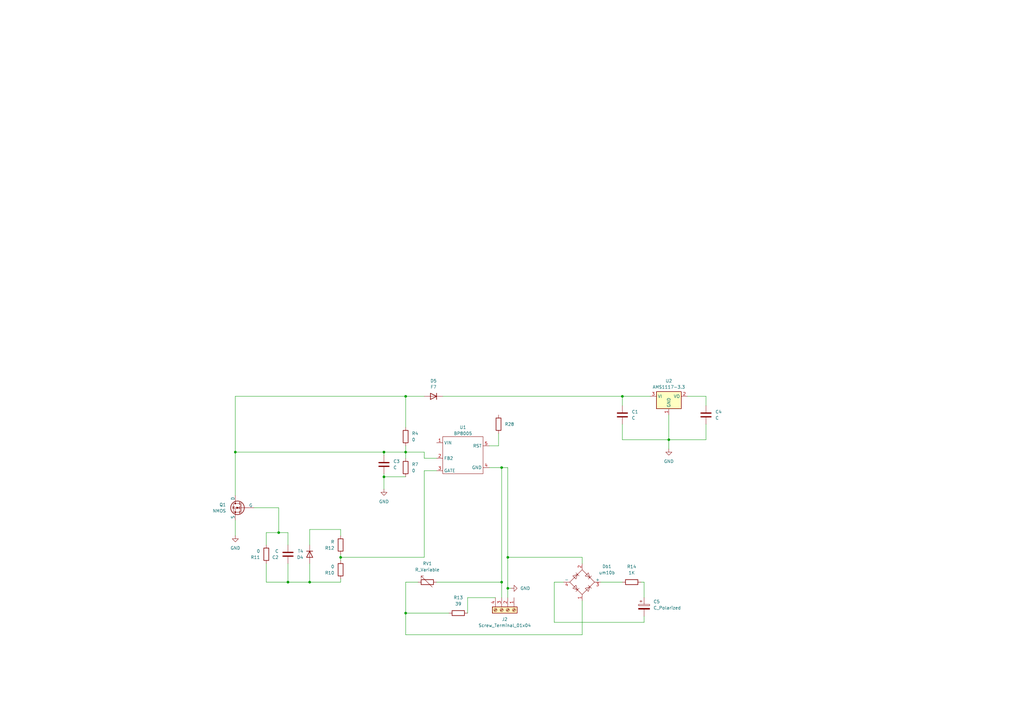
<source format=kicad_sch>
(kicad_sch (version 20250114) (generator "eeschema") (generator_version "9.0")
  (paper "A3")
  (lib_symbols
    (symbol "BP8005:BP8005"
      (property "Reference" "U1" (at 0.635 1.27 0))
      (property "Value" "BP8005" (at 0.635 -1.27 0))
      (symbol "BP8005_0_1"
        (rectangle (start -7.62 -2.54) (end 8.89 -17.78))
      )
      (symbol "BP8005_1_1"
        (pin passive line (at -10.16 -5.08 0) (length 2.54) (name "VIN") (number "1"))
        (pin passive line (at -10.16 -11.43 0) (length 2.54) (name "FB2") (number "2"))
        (pin passive line (at -10.16 -16.51 0) (length 2.54) (name "GATE") (number "3"))
        (pin passive line (at 11.43 -6.35 180) (length 2.54) (name "RST") (number "5"))
        (pin passive line (at 11.43 -15.24 180) (length 2.54) (name "GND") (number "4"))
      )
    )
    (symbol "Connector:Screw_Terminal_01x04" (pin_names (offset 1.016) (hide yes))
      (property "Reference" "J" (at 0 5.08 0))
      (property "Value" "Screw_Terminal_01x04" (at 0 -7.62 0))
      (symbol "Screw_Terminal_01x04_1_1"
        (rectangle (start -1.27 3.81) (end 1.27 -6.35) (stroke (width 0.254)) (fill (type background)))
        (polyline (pts (xy -0.5334 2.8702) (xy 0.3302 2.032)) (stroke (width 0.1524)))
        (polyline (pts (xy -0.5334 0.3302) (xy 0.3302 -0.508)) (stroke (width 0.1524)))
        (polyline (pts (xy -0.5334 -2.2098) (xy 0.3302 -3.048)) (stroke (width 0.1524)))
        (polyline (pts (xy -0.5334 -4.7498) (xy 0.3302 -5.588)) (stroke (width 0.1524)))
        (polyline (pts (xy -0.3556 3.048) (xy 0.508 2.2098)) (stroke (width 0.1524)))
        (polyline (pts (xy -0.3556 0.508) (xy 0.508 -0.3302)) (stroke (width 0.1524)))
        (polyline (pts (xy -0.3556 -2.032) (xy 0.508 -2.8702)) (stroke (width 0.1524)))
        (polyline (pts (xy -0.3556 -4.572) (xy 0.508 -5.4102)) (stroke (width 0.1524)))
        (circle (center 0 2.54) (radius 0.635) (stroke (width 0.1524)))
        (circle (center 0 0) (radius 0.635) (stroke (width 0.1524)))
        (circle (center 0 -2.54) (radius 0.635) (stroke (width 0.1524)))
        (circle (center 0 -5.08) (radius 0.635) (stroke (width 0.1524)))
        (pin passive line (at -5.08 2.54 0) (length 3.81) (name "Pin_1") (number "1"))
        (pin passive line (at -5.08 0 0) (length 3.81) (name "Pin_2") (number "2"))
        (pin passive line (at -5.08 -2.54 0) (length 3.81) (name "Pin_3") (number "3"))
        (pin passive line (at -5.08 -5.08 0) (length 3.81) (name "Pin_4") (number "4"))
      )
    )
    (symbol "Device:C" (pin_numbers (hide yes)) (pin_names (offset 0.254))
      (property "Reference" "C" (at 0.635 2.54 0))
      (property "Value" "C" (at 0.635 -2.54 0))
      (symbol "C_0_1"
        (polyline (pts (xy -2.032 0.762) (xy 2.032 0.762)) (stroke (width 0.508)))
        (polyline (pts (xy -2.032 -0.762) (xy 2.032 -0.762)) (stroke (width 0.508)))
      )
      (symbol "C_1_1"
        (pin passive line (at 0 3.81 270) (length 2.794) (name "~") (number "1"))
        (pin passive line (at 0 -3.81 90) (length 2.794) (name "~") (number "2"))
      )
    )
    (symbol "Device:C_Polarized" (pin_numbers (hide yes)) (pin_names (offset 0.254))
      (property "Reference" "C" (at 0.635 2.54 0))
      (property "Value" "C_Polarized" (at 0.635 -2.54 0))
      (symbol "C_Polarized_0_1"
        (rectangle (start -2.286 0.508) (end 2.286 1.016))
        (polyline (pts (xy -1.778 2.286) (xy -0.762 2.286)))
        (polyline (pts (xy -1.27 2.794) (xy -1.27 1.778)))
        (rectangle (start 2.286 -0.508) (end -2.286 -1.016) (fill (type outline)))
      )
      (symbol "C_Polarized_1_1"
        (pin passive line (at 0 3.81 270) (length 2.794) (name "~") (number "1"))
        (pin passive line (at 0 -3.81 90) (length 2.794) (name "~") (number "2"))
      )
    )
    (symbol "Device:D" (pin_numbers (hide yes)) (pin_names (offset 1.016) (hide yes))
      (property "Reference" "D" (at 0 2.54 0))
      (property "Value" "D" (at 0 -2.54 0))
      (symbol "D_0_1"
        (polyline (pts (xy -1.27 1.27) (xy -1.27 -1.27)) (stroke (width 0.254)))
        (polyline (pts (xy 1.27 1.27) (xy 1.27 -1.27) (xy -1.27 0) (xy 1.27 1.27)) (stroke (width 0.254)))
        (polyline (pts (xy 1.27 0) (xy -1.27 0)))
      )
      (symbol "D_1_1"
        (pin passive line (at -3.81 0 0) (length 2.54) (name "K") (number "1"))
        (pin passive line (at 3.81 0 180) (length 2.54) (name "A") (number "2"))
      )
    )
    (symbol "Device:R" (pin_numbers (hide yes)) (pin_names (offset 0))
      (property "Reference" "R" (at 2.032 0 90))
      (property "Value" "R" (at 0 0 90))
      (symbol "R_0_1"
        (rectangle (start -1.016 -2.54) (end 1.016 2.54) (stroke (width 0.254)))
      )
      (symbol "R_1_1"
        (pin passive line (at 0 3.81 270) (length 1.27) (name "~") (number "1"))
        (pin passive line (at 0 -3.81 90) (length 1.27) (name "~") (number "2"))
      )
    )
    (symbol "Device:R_Variable" (pin_numbers (hide yes)) (pin_names (offset 0))
      (property "Reference" "R" (at 2.54 -2.54 90))
      (property "Value" "R_Variable" (at -2.54 -1.27 90))
      (symbol "R_Variable_0_1"
        (rectangle (start -1.016 -2.54) (end 1.016 2.54) (stroke (width 0.254)))
        (polyline (pts (xy 2.54 1.524) (xy 2.54 2.54) (xy 1.524 2.54) (xy 2.54 2.54) (xy -2.032 -2.032)))
      )
      (symbol "R_Variable_1_1"
        (pin passive line (at 0 3.81 270) (length 1.27) (name "~") (number "1"))
        (pin passive line (at 0 -3.81 90) (length 1.27) (name "~") (number "2"))
      )
    )
    (symbol "Diode_Bridge:W01G" (pin_names (offset 0))
      (property "Reference" "D1" (at 8.89 6.4202 0))
      (property "Value" "W01G" (at 8.89 3.8802 0))
      (symbol "W01G_0_1"
        (polyline (pts (xy -5.08 0) (xy 0 -5.08) (xy 5.08 0) (xy 0 5.08) (xy -5.08 0)))
        (polyline (pts (xy -3.81 2.54) (xy -2.54 1.27) (xy -1.905 3.175) (xy -3.81 2.54)))
        (polyline (pts (xy -2.54 3.81) (xy -1.27 2.54)))
        (polyline (pts (xy -2.54 -1.27) (xy -3.81 -2.54) (xy -1.905 -3.175) (xy -2.54 -1.27)))
        (polyline (pts (xy -1.27 -2.54) (xy -2.54 -3.81)))
        (polyline (pts (xy 1.27 2.54) (xy 2.54 3.81) (xy 3.175 1.905) (xy 1.27 2.54)))
        (polyline (pts (xy 2.54 1.27) (xy 3.81 2.54)))
        (polyline (pts (xy 2.54 -1.27) (xy 3.81 -2.54)))
        (polyline (pts (xy 3.175 -1.905) (xy 1.27 -2.54) (xy 2.54 -3.81) (xy 3.175 -1.905)))
      )
      (symbol "W01G_1_1"
        (pin passive line (at -7.62 0 0) (length 2.54) (name "-") (number "4"))
        (pin passive line (at 0 7.62 270) (length 2.54) (name "~") (number "2"))
        (pin passive line (at 0 -7.62 90) (length 2.54) (name "~") (number "1"))
        (pin passive line (at 7.62 0 180) (length 2.54) (name "+") (number "3"))
      )
    )
    (symbol "Regulator_Linear:AMS1117-3.3"
      (property "Reference" "U" (at -3.81 3.175 0))
      (property "Value" "AMS1117-3.3" (at 0 3.175 0))
      (symbol "AMS1117-3.3_0_1"
        (rectangle (start -5.08 -5.08) (end 5.08 1.905) (stroke (width 0.254)) (fill (type background)))
      )
      (symbol "AMS1117-3.3_1_1"
        (pin power_in line (at -7.62 0 0) (length 2.54) (name "VI") (number "3"))
        (pin power_in line (at 0 -7.62 90) (length 2.54) (name "GND") (number "1"))
        (pin power_out line (at 7.62 0 180) (length 2.54) (name "VO") (number "2"))
      )
    )
    (symbol "Simulation_SPICE:NMOS" (pin_numbers (hide yes)) (pin_names (offset 0))
      (property "Reference" "Q" (at 5.08 1.27 0))
      (property "Value" "NMOS" (at 5.08 -1.27 0))
      (symbol "NMOS_0_1"
        (polyline (pts (xy 0.254 1.905) (xy 0.254 -1.905)) (stroke (width 0.254)))
        (polyline (pts (xy 0.254 0) (xy -2.54 0)))
        (polyline (pts (xy 0.762 2.286) (xy 0.762 1.27)) (stroke (width 0.254)))
        (polyline (pts (xy 0.762 0.508) (xy 0.762 -0.508)) (stroke (width 0.254)))
        (polyline (pts (xy 0.762 -1.27) (xy 0.762 -2.286)) (stroke (width 0.254)))
        (polyline (pts (xy 0.762 -1.778) (xy 3.302 -1.778) (xy 3.302 1.778) (xy 0.762 1.778)))
        (polyline (pts (xy 1.016 0) (xy 2.032 0.381) (xy 2.032 -0.381) (xy 1.016 0)) (fill (type outline)))
        (circle (center 1.651 0) (radius 2.794) (stroke (width 0.254)))
        (polyline (pts (xy 2.54 2.54) (xy 2.54 1.778)))
        (circle (center 2.54 1.778) (radius 0.254) (fill (type outline)))
        (circle (center 2.54 -1.778) (radius 0.254) (fill (type outline)))
        (polyline (pts (xy 2.54 -2.54) (xy 2.54 0) (xy 0.762 0)))
        (polyline (pts (xy 2.794 0.508) (xy 2.921 0.381) (xy 3.683 0.381) (xy 3.81 0.254)))
        (polyline (pts (xy 3.302 0.381) (xy 2.921 -0.254) (xy 3.683 -0.254) (xy 3.302 0.381)))
      )
      (symbol "NMOS_1_1"
        (pin input line (at -5.08 0 0) (length 2.54) (name "G") (number "2"))
        (pin passive line (at 2.54 5.08 270) (length 2.54) (name "D") (number "1"))
        (pin passive line (at 2.54 -5.08 90) (length 2.54) (name "S") (number "3"))
      )
    )
    (symbol "power:GND" (power) (pin_numbers (hide yes)) (pin_names (offset 0) (hide yes))
      (property "Value" "GND" (at 0 -3.81 0))
      (symbol "GND_0_1"
        (polyline (pts (xy 0 0) (xy 0 -1.27) (xy 1.27 -1.27) (xy 0 -2.54) (xy -1.27 -1.27) (xy 0 -1.27)))
      )
      (symbol "GND_1_1"
        (pin power_in line (at 0 0 270) (length 0) (name "~") (number "1"))
      )
    )
  )
  (junction (at 255.27 162.56))
  (junction (at 96.52 185.42))
  (junction (at 205.74 238.76))
  (junction (at 166.37 162.56))
  (junction (at 114.3 218.44))
  (junction (at 205.74 191.77))
  (junction (at 166.37 251.46))
  (junction (at 274.32 180.34))
  (junction (at 208.28 228.6))
  (junction (at 208.28 241.3))
  (junction (at 139.7 228.6))
  (junction (at 118.11 238.76))
  (junction (at 127 238.76))
  (junction (at 157.48 195.58))
  (junction (at 166.37 185.42))
  (junction (at 157.48 185.42))
  (wire (pts (xy 255.27 162.56) (xy 255.27 166.37)))
  (wire (pts (xy 173.99 187.96) (xy 173.99 185.42)))
  (wire (pts (xy 227.33 238.76) (xy 227.33 255.27)))
  (wire (pts (xy 139.7 238.76) (xy 127 238.76)))
  (wire (pts (xy 262.89 238.76) (xy 264.16 238.76)))
  (wire (pts (xy 139.7 228.6) (xy 139.7 227.33)))
  (wire (pts (xy 157.48 195.58) (xy 157.48 200.66)))
  (wire (pts (xy 205.74 238.76) (xy 205.74 245.11)))
  (wire (pts (xy 238.76 260.35) (xy 238.76 246.38)))
  (wire (pts (xy 191.77 251.46) (xy 191.77 245.11)))
  (wire (pts (xy 166.37 251.46) (xy 166.37 238.76)))
  (wire (pts (xy 96.52 185.42) (xy 157.48 185.42)))
  (wire (pts (xy 191.77 245.11) (xy 203.2 245.11)))
  (wire (pts (xy 173.99 193.04) (xy 179.07 193.04)))
  (wire (pts (xy 96.52 185.42) (xy 96.52 203.2)))
  (wire (pts (xy 209.55 241.3) (xy 208.28 241.3)))
  (wire (pts (xy 227.33 255.27) (xy 264.16 255.27)))
  (wire (pts (xy 208.28 228.6) (xy 208.28 241.3)))
  (wire (pts (xy 166.37 175.26) (xy 166.37 162.56)))
  (wire (pts (xy 231.14 238.76) (xy 227.33 238.76)))
  (wire (pts (xy 274.32 180.34) (xy 274.32 184.15)))
  (wire (pts (xy 109.22 218.44) (xy 114.3 218.44)))
  (wire (pts (xy 173.99 185.42) (xy 166.37 185.42)))
  (wire (pts (xy 118.11 238.76) (xy 127 238.76)))
  (wire (pts (xy 127 217.17) (xy 127 223.52)))
  (wire (pts (xy 200.66 191.77) (xy 205.74 191.77)))
  (wire (pts (xy 166.37 182.88) (xy 166.37 185.42)))
  (wire (pts (xy 204.47 182.88) (xy 204.47 177.8)))
  (wire (pts (xy 264.16 255.27) (xy 264.16 252.73)))
  (wire (pts (xy 157.48 195.58) (xy 166.37 195.58)))
  (wire (pts (xy 139.7 238.76) (xy 139.7 237.49)))
  (wire (pts (xy 184.15 251.46) (xy 166.37 251.46)))
  (wire (pts (xy 289.56 180.34) (xy 274.32 180.34)))
  (wire (pts (xy 139.7 229.87) (xy 139.7 228.6)))
  (wire (pts (xy 157.48 185.42) (xy 157.48 186.69)))
  (wire (pts (xy 157.48 195.58) (xy 157.48 194.31)))
  (wire (pts (xy 118.11 218.44) (xy 118.11 223.52)))
  (wire (pts (xy 139.7 219.71) (xy 139.7 217.17)))
  (wire (pts (xy 166.37 162.56) (xy 173.99 162.56)))
  (wire (pts (xy 139.7 217.17) (xy 127 217.17)))
  (wire (pts (xy 274.32 180.34) (xy 274.32 170.18)))
  (wire (pts (xy 289.56 173.99) (xy 289.56 180.34)))
  (wire (pts (xy 109.22 223.52) (xy 109.22 218.44)))
  (wire (pts (xy 179.07 238.76) (xy 205.74 238.76)))
  (wire (pts (xy 166.37 238.76) (xy 171.45 238.76)))
  (wire (pts (xy 264.16 238.76) (xy 264.16 245.11)))
  (wire (pts (xy 179.07 187.96) (xy 173.99 187.96)))
  (wire (pts (xy 114.3 208.28) (xy 104.14 208.28)))
  (wire (pts (xy 139.7 228.6) (xy 173.99 228.6)))
  (wire (pts (xy 238.76 231.14) (xy 238.76 228.6)))
  (wire (pts (xy 96.52 213.36) (xy 96.52 219.71)))
  (wire (pts (xy 208.28 191.77) (xy 205.74 191.77)))
  (wire (pts (xy 109.22 231.14) (xy 109.22 238.76)))
  (wire (pts (xy 118.11 231.14) (xy 118.11 238.76)))
  (wire (pts (xy 181.61 162.56) (xy 255.27 162.56)))
  (wire (pts (xy 114.3 208.28) (xy 114.3 218.44)))
  (wire (pts (xy 255.27 173.99) (xy 255.27 180.34)))
  (wire (pts (xy 157.48 185.42) (xy 166.37 185.42)))
  (wire (pts (xy 166.37 260.35) (xy 238.76 260.35)))
  (wire (pts (xy 246.38 238.76) (xy 255.27 238.76)))
  (wire (pts (xy 166.37 185.42) (xy 166.37 187.96)))
  (wire (pts (xy 281.94 162.56) (xy 289.56 162.56)))
  (wire (pts (xy 205.74 191.77) (xy 205.74 238.76)))
  (wire (pts (xy 96.52 162.56) (xy 166.37 162.56)))
  (wire (pts (xy 109.22 238.76) (xy 118.11 238.76)))
  (wire (pts (xy 208.28 191.77) (xy 208.28 228.6)))
  (wire (pts (xy 208.28 241.3) (xy 208.28 245.11)))
  (wire (pts (xy 114.3 218.44) (xy 118.11 218.44)))
  (wire (pts (xy 166.37 251.46) (xy 166.37 260.35)))
  (wire (pts (xy 255.27 162.56) (xy 266.7 162.56)))
  (wire (pts (xy 127 238.76) (xy 127 231.14)))
  (wire (pts (xy 238.76 228.6) (xy 208.28 228.6)))
  (wire (pts (xy 200.66 182.88) (xy 204.47 182.88)))
  (wire (pts (xy 96.52 185.42) (xy 96.52 162.56)))
  (wire (pts (xy 289.56 162.56) (xy 289.56 166.37)))
  (wire (pts (xy 173.99 228.6) (xy 173.99 193.04)))
  (wire (pts (xy 255.27 180.34) (xy 274.32 180.34)))
  (symbol (lib_id "Device:R") (at 166.37 179.07 0) (unit 1)
    (property "Reference" "R4" (at 168.91 177.7999 0) (effects (justify left)))
    (property "Value" "0" (at 168.91 180.3399 0) (effects (justify left)))
    (property "Footprint" "Resistor_SMD:R_0402_1005Metric" (effects (hide yes)))
    (property "Description" "Resistor" (effects (hide yes)))
  )
  (symbol (lib_id "BP8005:BP8005") (at 189.23 176.53 0) (unit 1)
    (property "Reference" "U1" (at 189.865 175.26 0))
    (property "Value" "BP8005" (at 189.865 177.8 0))
    (property "Footprint" "BP8005:SOT33-5B_L3.9-W2.6-P0.90-LS4.0-BL" (effects (hide yes)))
  )
  (symbol (lib_id "power:GND") (at 209.55 241.3 90) (unit 1)
    (property "Reference" "#PWR01" (effects (hide yes)))
    (property "Value" "GND" (at 213.36 241.2999 90) (effects (justify right)))
    (property "Description" "Power symbol creates a global label with name \"GND\" , ground" (effects (hide yes)))
  )
  (symbol (lib_id "Device:C") (at 157.48 190.5 0) (unit 1)
    (property "Reference" "C3" (at 161.29 189.2299 0) (effects (justify left)))
    (property "Value" "C" (at 161.29 191.7699 0) (effects (justify left)))
    (property "Footprint" "Capacitor_SMD:C_0402_1005Metric" (effects (hide yes)))
    (property "Description" "Unpolarized capacitor" (effects (hide yes)))
  )
  (symbol (lib_id "Device:C") (at 289.56 170.18 0) (unit 1)
    (property "Reference" "C4" (at 293.37 168.9099 0) (effects (justify left)))
    (property "Value" "C" (at 293.37 171.4499 0) (effects (justify left)))
    (property "Description" "Unpolarized capacitor" (effects (hide yes)))
  )
  (symbol (lib_id "Device:R") (at 109.22 227.33 180) (unit 1)
    (property "Reference" "R11" (at 106.68 228.6001 0) (effects (justify left)))
    (property "Value" "0" (at 106.68 226.0601 0) (effects (justify left)))
    (property "Footprint" "Resistor_SMD:R_0402_1005Metric" (effects (hide yes)))
    (property "Description" "Resistor" (effects (hide yes)))
  )
  (symbol (lib_id "Device:R") (at 187.96 251.46 270) (unit 1)
    (property "Reference" "R13" (at 187.96 245.11 90))
    (property "Value" "39" (at 187.96 247.65 90))
    (property "Footprint" "Resistor_SMD:R_0402_1005Metric" (effects (hide yes)))
    (property "Description" "Resistor" (effects (hide yes)))
  )
  (symbol (lib_id "Device:R_Variable") (at 175.26 238.76 90) (unit 1)
    (property "Reference" "RV1" (at 175.26 231.14 90))
    (property "Value" "R_Variable" (at 175.26 233.68 90))
    (property "Footprint" "3225-471H:Untitled" (effects (hide yes)))
    (property "Description" "Variable resistor" (effects (hide yes)))
  )
  (symbol (lib_id "Device:D") (at 127 227.33 270) (unit 1)
    (property "Reference" "D4" (at 124.46 228.6001 90) (effects (justify right)))
    (property "Value" "T4" (at 124.46 226.0601 90) (effects (justify right)))
    (property "Footprint" "Diode_SMD:D_SOD-523" (effects (hide yes)))
    (property "Description" "Diode" (effects (hide yes)))
    (property "Sim.Device" "D" (effects (hide yes)))
    (property "Sim.Pins" "1=K 2=A" (effects (hide yes)))
  )
  (symbol (lib_id "Device:R") (at 259.08 238.76 270) (unit 1)
    (property "Reference" "R14" (at 259.08 232.41 90))
    (property "Value" "1K" (at 259.08 234.95 90))
    (property "Footprint" "Resistor_SMD:R_0402_1005Metric" (effects (hide yes)))
    (property "Description" "Resistor" (effects (hide yes)))
  )
  (symbol (lib_id "Device:R") (at 166.37 191.77 0) (unit 1)
    (property "Reference" "R7" (at 168.91 190.4999 0) (effects (justify left)))
    (property "Value" "0" (at 168.91 193.0399 0) (effects (justify left)))
    (property "Footprint" "Resistor_SMD:R_0402_1005Metric" (effects (hide yes)))
    (property "Description" "Resistor" (effects (hide yes)))
  )
  (symbol (lib_id "power:GND") (at 157.48 200.66 0) (unit 1)
    (property "Reference" "#PWR02" (effects (hide yes)))
    (property "Value" "GND" (at 157.48 205.74 0))
    (property "Description" "Power symbol creates a global label with name \"GND\" , ground" (effects (hide yes)))
  )
  (symbol (lib_id "Device:C") (at 118.11 227.33 180) (unit 1)
    (property "Reference" "C2" (at 114.3 228.6001 0) (effects (justify left)))
    (property "Value" "C" (at 114.3 226.0601 0) (effects (justify left)))
    (property "Footprint" "Capacitor_SMD:C_0402_1005Metric" (effects (hide yes)))
    (property "Description" "Unpolarized capacitor" (effects (hide yes)))
  )
  (symbol (lib_id "Simulation_SPICE:NMOS") (at 99.06 208.28 0) (mirror y) (unit 1)
    (property "Reference" "Q1" (at 92.71 207.0099 0) (effects (justify left)))
    (property "Value" "NMOS" (at 92.71 209.5499 0) (effects (justify left)))
    (property "Datasheet" "https://ngspice.sourceforge.io/docs/ngspice-html-manual/manual.xhtml#cha_MOSFETs" (effects (hide yes)))
    (property "Description" "N-MOSFET transistor, drain/source/gate" (effects (hide yes)))
    (property "Sim.Device" "NMOS" (effects (hide yes)))
    (property "Sim.Type" "VDMOS" (effects (hide yes)))
    (property "Sim.Pins" "1=D 2=G 3=S" (effects (hide yes)))
  )
  (symbol (lib_id "Connector:Screw_Terminal_01x04") (at 208.28 250.19 270) (unit 1)
    (property "Reference" "J2" (at 207.01 254 90))
    (property "Value" "Screw_Terminal_01x04" (at 207.01 256.54 90))
    (property "Footprint" "TerminalBlock:TerminalBlock_MaiXu_MX126-5.0-04P_1x04_P5.00mm" (effects (hide yes)))
    (property "Description" "Generic screw terminal, single row, 01x04, script generated (kicad-library-utils/schlib/autogen/connector/)" (effects (hide yes)))
  )
  (symbol (lib_id "Device:R") (at 204.47 173.99 180) (unit 1)
    (property "Reference" "R28" (at 207.01 173.9899 0) (effects (justify right)))
    (property "Value" "R11" (effects (hide yes)))
    (property "Footprint" "Resistor_SMD:R_0402_1005Metric" (effects (hide yes)))
    (property "Description" "Resistor" (effects (hide yes)))
  )
  (symbol (lib_id "Device:R") (at 139.7 223.52 180) (unit 1)
    (property "Reference" "R12" (at 137.16 224.7901 0) (effects (justify left)))
    (property "Value" "R" (at 137.16 222.2501 0) (effects (justify left)))
    (property "Footprint" "Resistor_SMD:R_0402_1005Metric" (effects (hide yes)))
    (property "Description" "Resistor" (effects (hide yes)))
  )
  (symbol (lib_id "Device:C_Polarized") (at 264.16 248.92 0) (unit 1)
    (property "Reference" "C5" (at 267.97 246.7609 0) (effects (justify left)))
    (property "Value" "C_Polarized" (at 267.97 249.3009 0) (effects (justify left)))
    (property "Description" "Polarized capacitor" (effects (hide yes)))
  )
  (symbol (lib_id "Device:C") (at 255.27 170.18 0) (unit 1)
    (property "Reference" "C1" (at 259.08 168.9099 0) (effects (justify left)))
    (property "Value" "C" (at 259.08 171.4499 0) (effects (justify left)))
    (property "Description" "Unpolarized capacitor" (effects (hide yes)))
  )
  (symbol (lib_id "Device:D") (at 177.8 162.56 180) (unit 1)
    (property "Reference" "D5" (at 177.8 156.21 0))
    (property "Value" "F7" (at 177.8 158.75 0))
    (property "Footprint" "Diode_SMD:D_SOD-523" (effects (hide yes)))
    (property "Description" "Diode" (effects (hide yes)))
    (property "Sim.Device" "D" (effects (hide yes)))
    (property "Sim.Pins" "1=K 2=A" (effects (hide yes)))
  )
  (symbol (lib_id "power:GND") (at 274.32 184.15 0) (unit 1)
    (property "Reference" "#PWR04" (effects (hide yes)))
    (property "Value" "GND" (at 274.32 189.23 0))
    (property "Description" "Power symbol creates a global label with name \"GND\" , ground" (effects (hide yes)))
  )
  (symbol (lib_id "power:GND") (at 96.52 219.71 0) (unit 1)
    (property "Reference" "#PWR03" (effects (hide yes)))
    (property "Value" "GND" (at 96.52 224.79 0))
    (property "Description" "Power symbol creates a global label with name \"GND\" , ground" (effects (hide yes)))
  )
  (symbol (lib_id "Diode_Bridge:W01G") (at 238.76 238.76 0) (unit 1)
    (property "Reference" "Db1" (at 248.92 232.3398 0))
    (property "Value" "um10b" (at 248.92 234.8798 0))
    (property "Footprint" "Diode_THT:Diode_Bridge_Round_D9.8mm" (effects (hide yes)))
    (property "Datasheet" "https://www.vishay.com/docs/88769/woo5g.pdf" (effects (hide yes)))
    (property "Description" "Glass Passivated Single-Phase Bridge Rectifier, 70V Vrms, 1.5A If, WOG package" (effects (hide yes)))
  )
  (symbol (lib_id "Device:R") (at 139.7 233.68 180) (unit 1)
    (property "Reference" "R10" (at 137.16 234.9501 0) (effects (justify left)))
    (property "Value" "0" (at 137.16 232.4101 0) (effects (justify left)))
    (property "Footprint" "Resistor_SMD:R_0402_1005Metric" (effects (hide yes)))
    (property "Description" "Resistor" (effects (hide yes)))
  )
  (symbol (lib_id "Regulator_Linear:AMS1117-3.3") (at 274.32 162.56 0) (unit 1)
    (property "Reference" "U2" (at 274.32 156.21 0))
    (property "Value" "AMS1117-3.3" (at 274.32 158.75 0))
    (property "Footprint" "Package_TO_SOT_SMD:SOT-223-3_TabPin2" (effects (hide yes)))
    (property "Datasheet" "http://www.advanced-monolithic.com/pdf/ds1117.pdf" (effects (hide yes)))
    (property "Description" "1A Low Dropout regulator, positive, 3.3V fixed output, SOT-223" (effects (hide yes)))
  )
)
</source>
